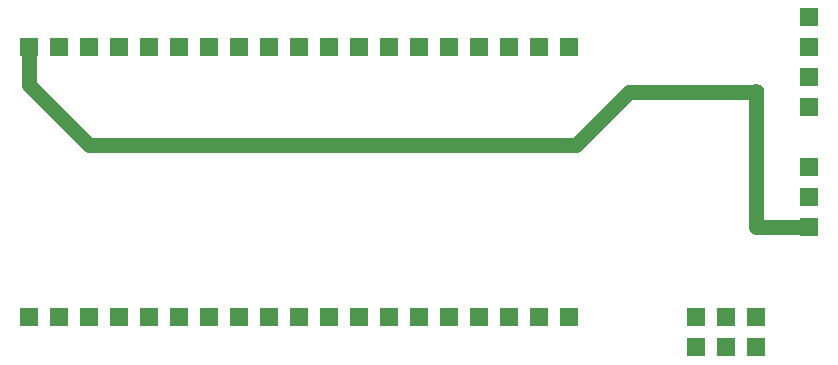
<source format=gbr>
G04 DesignSpark PCB Gerber Version 10.0 Build 5299*
G04 #@! TF.Part,Single*
G04 #@! TF.FileFunction,Copper,L1,Top*
G04 #@! TF.FilePolarity,Positive*
%FSLAX35Y35*%
%MOIN*%
G04 #@! TA.AperFunction,WasherPad*
%ADD14R,0.06000X0.06000*%
G04 #@! TD.AperFunction*
%ADD75C,0.05000*%
G04 #@! TA.AperFunction,ViaPad*
%ADD12C,0.05600*%
G04 #@! TD.AperFunction*
X0Y0D02*
D02*
D12*
X275250Y127750D03*
D02*
D14*
X32750Y52750D03*
Y142750D03*
X42750Y52750D03*
Y142750D03*
X52750Y52750D03*
Y142750D03*
X62750Y52750D03*
Y142750D03*
X72750Y52750D03*
Y142750D03*
X82750Y52750D03*
Y142750D03*
X92750Y52750D03*
Y142750D03*
X102750Y52750D03*
Y142750D03*
X112750Y52750D03*
Y142750D03*
X122750Y52750D03*
Y142750D03*
X132750Y52750D03*
Y142750D03*
X142750Y52750D03*
Y142750D03*
X152750Y52750D03*
Y142750D03*
X162750Y52750D03*
Y142750D03*
X172750Y52750D03*
Y142750D03*
X182750Y52750D03*
Y142750D03*
X192750Y52750D03*
Y142750D03*
X202750Y52750D03*
Y142750D03*
X212750Y52750D03*
Y142750D03*
X255250Y42750D03*
Y52750D03*
X265250Y42750D03*
Y52750D03*
X275250Y42750D03*
Y52750D03*
X292750Y82750D03*
Y92750D03*
Y102750D03*
Y122750D03*
Y132750D03*
Y142750D03*
Y152750D03*
D02*
D75*
X275250Y127750D02*
X232750D01*
X215250Y110250D01*
X52750D01*
X32750Y130250D01*
Y142750D01*
X292750Y82750D02*
X275250D01*
Y127750D01*
X0Y0D02*
M02*

</source>
